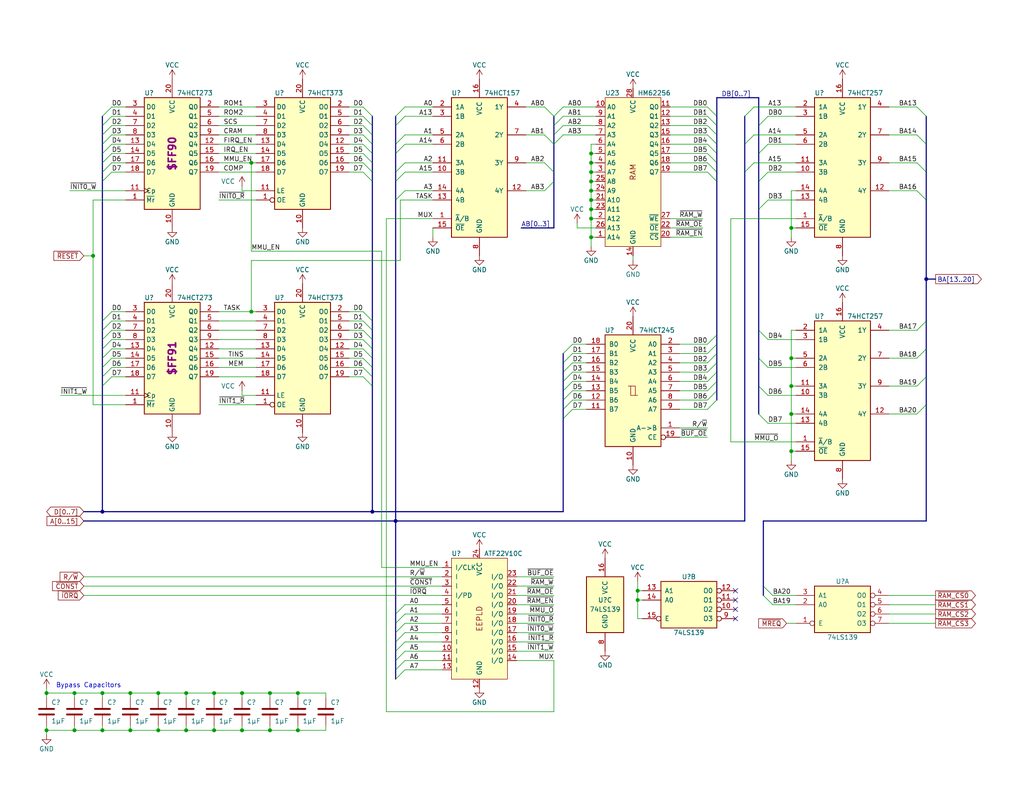
<source format=kicad_sch>
(kicad_sch (version 20230121) (generator eeschema)
  (paper "USLetter")
  (title_block (title "Memory Management Unit (MMU)") (date "2024-01-16") (rev "1.0") (company "Frédéric Segard") (comment 1 "MicroHobbyist's Retro Homebrew Computers") (comment 2 "microhobbyist.com"))
  (junction (at 50.8 189.23))
  (junction (at 43.18 189.23))
  (junction (at 173.99 161.29))
  (junction (at 27.94 189.23))
  (junction (at 20.32 189.23))
  (junction (at 161.29 64.77))
  (junction (at 58.42 189.23))
  (junction (at 50.8 199.39))
  (junction (at 161.29 44.45))
  (junction (at 161.29 41.91))
  (junction (at 215.9 123.19))
  (junction (at 58.42 199.39))
  (junction (at 215.9 113.03))
  (junction (at 81.28 189.23))
  (junction (at 35.56 199.39))
  (junction (at 101.6 139.7))
  (junction (at 161.29 49.53))
  (junction (at 20.32 199.39))
  (junction (at 161.29 46.99))
  (junction (at 215.9 62.23))
  (junction (at 27.94 139.7))
  (junction (at 27.94 199.39))
  (junction (at 73.66 189.23))
  (junction (at 43.18 199.39))
  (junction (at 25.4 69.85))
  (junction (at 107.95 142.24))
  (junction (at 215.9 105.41))
  (junction (at 12.7 189.23))
  (junction (at 12.7 199.39))
  (junction (at 161.29 54.61))
  (junction (at 35.56 189.23))
  (junction (at 73.66 199.39))
  (junction (at 66.04 189.23))
  (junction (at 81.28 199.39))
  (junction (at 161.29 52.07))
  (junction (at 66.04 199.39))
  (junction (at 215.9 97.79))
  (junction (at 161.29 57.15))
  (junction (at 173.99 163.83))
  (junction (at 68.58 44.45))
  (junction (at 68.58 85.09))
  (junction (at 252.73 76.2))
  (junction (at 161.29 59.69))
  (no_connect (at 200.66 161.29))
  (no_connect (at 200.66 168.91))
  (no_connect (at 200.66 163.83))
  (no_connect (at 200.66 166.37))
  (bus_entry (at 151.13 34.29) (size 2.54 -2.54))
  (bus_entry (at 208.28 160.02) (size 2.54 2.54))
  (bus_entry (at 156.21 109.22) (size -2.54 2.54))
  (bus_entry (at 252.73 39.37) (size -2.54 -2.54))
  (bus_entry (at 110.49 167.64) (size -2.54 2.54))
  (bus_entry (at 250.19 44.45) (size 2.54 2.54))
  (bus_entry (at 101.6 44.45) (size -2.54 -2.54))
  (bus_entry (at 101.6 87.63) (size -2.54 -2.54))
  (bus_entry (at 101.6 34.29) (size -2.54 -2.54))
  (bus_entry (at 27.94 49.53) (size 2.54 -2.54))
  (bus_entry (at 207.01 90.17) (size 2.54 2.54))
  (bus_entry (at 207.01 57.15) (size 2.54 -2.54))
  (bus_entry (at 27.94 46.99) (size 2.54 -2.54))
  (bus_entry (at 193.04 36.83) (size 2.54 2.54))
  (bus_entry (at 27.94 41.91) (size 2.54 -2.54))
  (bus_entry (at 193.04 39.37) (size 2.54 2.54))
  (bus_entry (at 250.19 52.07) (size 2.54 2.54))
  (bus_entry (at 27.94 97.79) (size 2.54 -2.54))
  (bus_entry (at 27.94 36.83) (size 2.54 -2.54))
  (bus_entry (at 107.95 46.99) (size 2.54 -2.54))
  (bus_entry (at 250.19 113.03) (size 2.54 -2.54))
  (bus_entry (at 110.49 177.8) (size -2.54 2.54))
  (bus_entry (at 151.13 31.75) (size 2.54 -2.54))
  (bus_entry (at 27.94 90.17) (size 2.54 -2.54))
  (bus_entry (at 193.04 106.68) (size 2.54 -2.54))
  (bus_entry (at 250.19 105.41) (size 2.54 -2.54))
  (bus_entry (at 107.95 31.75) (size 2.54 -2.54))
  (bus_entry (at 27.94 44.45) (size 2.54 -2.54))
  (bus_entry (at 193.04 101.6) (size 2.54 -2.54))
  (bus_entry (at 101.6 49.53) (size -2.54 -2.54))
  (bus_entry (at 110.49 46.99) (size -2.54 2.54))
  (bus_entry (at 148.59 36.83) (size 2.54 2.54))
  (bus_entry (at 207.01 113.03) (size 2.54 2.54))
  (bus_entry (at 207.01 97.79) (size 2.54 2.54))
  (bus_entry (at 110.49 175.26) (size -2.54 2.54))
  (bus_entry (at 27.94 87.63) (size 2.54 -2.54))
  (bus_entry (at 203.2 31.75) (size 2.54 -2.54))
  (bus_entry (at 101.6 95.25) (size -2.54 -2.54))
  (bus_entry (at 207.01 49.53) (size 2.54 -2.54))
  (bus_entry (at 193.04 29.21) (size 2.54 2.54))
  (bus_entry (at 156.21 101.6) (size -2.54 2.54))
  (bus_entry (at 27.94 31.75) (size 2.54 -2.54))
  (bus_entry (at 110.49 172.72) (size -2.54 2.54))
  (bus_entry (at 252.73 31.75) (size -2.54 -2.54))
  (bus_entry (at 193.04 96.52) (size 2.54 -2.54))
  (bus_entry (at 110.49 165.1) (size -2.54 2.54))
  (bus_entry (at 101.6 92.71) (size -2.54 -2.54))
  (bus_entry (at 110.49 39.37) (size -2.54 2.54))
  (bus_entry (at 101.6 46.99) (size -2.54 -2.54))
  (bus_entry (at 101.6 41.91) (size -2.54 -2.54))
  (bus_entry (at 193.04 104.14) (size 2.54 -2.54))
  (bus_entry (at 207.01 34.29) (size 2.54 -2.54))
  (bus_entry (at 110.49 52.07) (size -2.54 2.54))
  (bus_entry (at 151.13 39.37) (size 2.54 -2.54))
  (bus_entry (at 107.95 39.37) (size 2.54 -2.54))
  (bus_entry (at 156.21 93.98) (size -2.54 2.54))
  (bus_entry (at 203.2 39.37) (size 2.54 -2.54))
  (bus_entry (at 156.21 99.06) (size -2.54 2.54))
  (bus_entry (at 101.6 102.87) (size -2.54 -2.54))
  (bus_entry (at 207.01 105.41) (size 2.54 2.54))
  (bus_entry (at 148.59 44.45) (size 2.54 2.54))
  (bus_entry (at 156.21 106.68) (size -2.54 2.54))
  (bus_entry (at 156.21 104.14) (size -2.54 2.54))
  (bus_entry (at 156.21 111.76) (size -2.54 2.54))
  (bus_entry (at 193.04 99.06) (size 2.54 -2.54))
  (bus_entry (at 148.59 52.07) (size 2.54 -2.54))
  (bus_entry (at 27.94 105.41) (size 2.54 -2.54))
  (bus_entry (at 27.94 92.71) (size 2.54 -2.54))
  (bus_entry (at 27.94 95.25) (size 2.54 -2.54))
  (bus_entry (at 110.49 31.75) (size -2.54 2.54))
  (bus_entry (at 101.6 31.75) (size -2.54 -2.54))
  (bus_entry (at 101.6 97.79) (size -2.54 -2.54))
  (bus_entry (at 27.94 100.33) (size 2.54 -2.54))
  (bus_entry (at 250.19 90.17) (size 2.54 -2.54))
  (bus_entry (at 101.6 100.33) (size -2.54 -2.54))
  (bus_entry (at 193.04 31.75) (size 2.54 2.54))
  (bus_entry (at 193.04 109.22) (size 2.54 -2.54))
  (bus_entry (at 151.13 36.83) (size 2.54 -2.54))
  (bus_entry (at 207.01 41.91) (size 2.54 -2.54))
  (bus_entry (at 27.94 34.29) (size 2.54 -2.54))
  (bus_entry (at 110.49 182.88) (size -2.54 2.54))
  (bus_entry (at 250.19 97.79) (size 2.54 -2.54))
  (bus_entry (at 110.49 170.18) (size -2.54 2.54))
  (bus_entry (at 156.21 96.52) (size -2.54 2.54))
  (bus_entry (at 193.04 44.45) (size 2.54 2.54))
  (bus_entry (at 148.59 29.21) (size 2.54 2.54))
  (bus_entry (at 193.04 34.29) (size 2.54 2.54))
  (bus_entry (at 193.04 93.98) (size 2.54 -2.54))
  (bus_entry (at 101.6 105.41) (size -2.54 -2.54))
  (bus_entry (at 101.6 90.17) (size -2.54 -2.54))
  (bus_entry (at 27.94 39.37) (size 2.54 -2.54))
  (bus_entry (at 193.04 111.76) (size 2.54 -2.54))
  (bus_entry (at 27.94 102.87) (size 2.54 -2.54))
  (bus_entry (at 193.04 41.91) (size 2.54 2.54))
  (bus_entry (at 203.2 46.99) (size 2.54 -2.54))
  (bus_entry (at 208.28 162.56) (size 2.54 2.54))
  (bus_entry (at 110.49 180.34) (size -2.54 2.54))
  (bus_entry (at 101.6 36.83) (size -2.54 -2.54))
  (bus_entry (at 193.04 46.99) (size 2.54 2.54))
  (bus_entry (at 101.6 39.37) (size -2.54 -2.54))
  (wire (pts (xy 156.21 93.98) (xy 160.02 93.98)))
  (bus (pts (xy 195.58 96.52) (xy 195.58 99.06)))
  (bus (pts (xy 107.95 31.75) (xy 107.95 34.29)))
  (bus (pts (xy 195.58 44.45) (xy 195.58 46.99)))
  (wire (pts (xy 59.69 85.09) (xy 68.58 85.09)))
  (wire (pts (xy 30.48 34.29) (xy 34.29 34.29)))
  (wire (pts (xy 161.29 49.53) (xy 161.29 46.99)))
  (wire (pts (xy 209.55 54.61) (xy 217.17 54.61)))
  (wire (pts (xy 25.4 54.61) (xy 25.4 69.85)))
  (wire (pts (xy 25.4 69.85) (xy 25.4 110.49)))
  (bus (pts (xy 142.24 62.23) (xy 151.13 62.23)))
  (bus (pts (xy 107.95 49.53) (xy 107.95 54.61)))
  (wire (pts (xy 81.28 189.23) (xy 73.66 189.23)))
  (bus (pts (xy 195.58 36.83) (xy 195.58 39.37)))
  (wire (pts (xy 110.49 39.37) (xy 118.11 39.37)))
  (wire (pts (xy 140.97 160.02) (xy 151.13 160.02)))
  (wire (pts (xy 99.06 34.29) (xy 95.25 34.29)))
  (wire (pts (xy 99.06 87.63) (xy 95.25 87.63)))
  (wire (pts (xy 20.32 189.23) (xy 12.7 189.23)))
  (wire (pts (xy 68.58 85.09) (xy 69.85 85.09)))
  (bus (pts (xy 252.73 95.25) (xy 252.73 87.63)))
  (bus (pts (xy 107.95 142.24) (xy 203.2 142.24)))
  (wire (pts (xy 172.72 71.12) (xy 172.72 69.85)))
  (bus (pts (xy 195.58 46.99) (xy 195.58 49.53)))
  (bus (pts (xy 107.95 182.88) (xy 107.95 185.42)))
  (wire (pts (xy 66.04 198.12) (xy 66.04 199.39)))
  (wire (pts (xy 59.69 102.87) (xy 69.85 102.87)))
  (wire (pts (xy 215.9 90.17) (xy 215.9 97.79)))
  (bus (pts (xy 207.01 41.91) (xy 207.01 49.53)))
  (bus (pts (xy 27.94 97.79) (xy 27.94 100.33)))
  (wire (pts (xy 110.49 31.75) (xy 118.11 31.75)))
  (wire (pts (xy 242.57 165.1) (xy 255.27 165.1)))
  (wire (pts (xy 34.29 54.61) (xy 25.4 54.61)))
  (wire (pts (xy 110.49 165.1) (xy 120.65 165.1)))
  (wire (pts (xy 182.88 46.99) (xy 193.04 46.99)))
  (wire (pts (xy 161.29 52.07) (xy 161.29 54.61)))
  (wire (pts (xy 25.4 110.49) (xy 34.29 110.49)))
  (bus (pts (xy 203.2 31.75) (xy 203.2 39.37)))
  (wire (pts (xy 59.69 110.49) (xy 69.85 110.49)))
  (wire (pts (xy 22.86 162.56) (xy 120.65 162.56)))
  (bus (pts (xy 153.67 96.52) (xy 153.67 99.06)))
  (wire (pts (xy 242.57 52.07) (xy 250.19 52.07)))
  (wire (pts (xy 50.8 189.23) (xy 43.18 189.23)))
  (wire (pts (xy 99.06 100.33) (xy 95.25 100.33)))
  (wire (pts (xy 99.06 44.45) (xy 95.25 44.45)))
  (wire (pts (xy 30.48 29.21) (xy 34.29 29.21)))
  (wire (pts (xy 88.9 189.23) (xy 88.9 190.5)))
  (wire (pts (xy 185.42 106.68) (xy 193.04 106.68)))
  (bus (pts (xy 195.58 41.91) (xy 195.58 44.45)))
  (wire (pts (xy 209.55 46.99) (xy 217.17 46.99)))
  (bus (pts (xy 22.86 139.7) (xy 27.94 139.7)))
  (wire (pts (xy 50.8 189.23) (xy 50.8 190.5)))
  (bus (pts (xy 252.73 76.2) (xy 252.73 87.63)))
  (wire (pts (xy 35.56 199.39) (xy 27.94 199.39)))
  (wire (pts (xy 99.06 29.21) (xy 95.25 29.21)))
  (wire (pts (xy 215.9 62.23) (xy 217.17 62.23)))
  (wire (pts (xy 182.88 39.37) (xy 193.04 39.37)))
  (wire (pts (xy 99.06 97.79) (xy 95.25 97.79)))
  (wire (pts (xy 99.06 36.83) (xy 95.25 36.83)))
  (wire (pts (xy 68.58 68.58) (xy 104.14 68.58)))
  (bus (pts (xy 27.94 102.87) (xy 27.94 105.41)))
  (wire (pts (xy 161.29 59.69) (xy 162.56 59.69)))
  (bus (pts (xy 101.6 36.83) (xy 101.6 39.37)))
  (wire (pts (xy 205.74 29.21) (xy 217.17 29.21)))
  (wire (pts (xy 214.63 170.18) (xy 217.17 170.18)))
  (bus (pts (xy 195.58 34.29) (xy 195.58 36.83)))
  (wire (pts (xy 151.13 180.34) (xy 151.13 194.31)))
  (wire (pts (xy 215.9 97.79) (xy 215.9 105.41)))
  (bus (pts (xy 255.27 76.2) (xy 252.73 76.2)))
  (wire (pts (xy 161.29 54.61) (xy 161.29 57.15)))
  (bus (pts (xy 153.67 114.3) (xy 153.67 139.7)))
  (wire (pts (xy 210.82 165.1) (xy 217.17 165.1)))
  (wire (pts (xy 161.29 44.45) (xy 162.56 44.45)))
  (wire (pts (xy 209.55 115.57) (xy 217.17 115.57)))
  (wire (pts (xy 215.9 52.07) (xy 215.9 62.23)))
  (wire (pts (xy 110.49 36.83) (xy 118.11 36.83)))
  (wire (pts (xy 185.42 104.14) (xy 193.04 104.14)))
  (wire (pts (xy 182.88 36.83) (xy 193.04 36.83)))
  (wire (pts (xy 143.51 44.45) (xy 148.59 44.45)))
  (bus (pts (xy 153.67 109.22) (xy 153.67 111.76)))
  (bus (pts (xy 151.13 46.99) (xy 151.13 49.53)))
  (wire (pts (xy 175.26 168.91) (xy 173.99 168.91)))
  (wire (pts (xy 242.57 97.79) (xy 250.19 97.79)))
  (wire (pts (xy 215.9 123.19) (xy 215.9 125.73)))
  (bus (pts (xy 252.73 39.37) (xy 252.73 46.99)))
  (wire (pts (xy 20.32 189.23) (xy 20.32 190.5)))
  (wire (pts (xy 161.29 46.99) (xy 162.56 46.99)))
  (wire (pts (xy 209.55 92.71) (xy 217.17 92.71)))
  (bus (pts (xy 101.6 100.33) (xy 101.6 102.87)))
  (wire (pts (xy 110.49 175.26) (xy 120.65 175.26)))
  (bus (pts (xy 208.28 162.56) (xy 208.28 160.02)))
  (wire (pts (xy 140.97 180.34) (xy 151.13 180.34)))
  (wire (pts (xy 27.94 198.12) (xy 27.94 199.39)))
  (bus (pts (xy 101.6 102.87) (xy 101.6 105.41)))
  (wire (pts (xy 43.18 189.23) (xy 35.56 189.23)))
  (bus (pts (xy 22.86 142.24) (xy 107.95 142.24)))
  (wire (pts (xy 153.67 36.83) (xy 162.56 36.83)))
  (wire (pts (xy 161.29 41.91) (xy 161.29 39.37)))
  (bus (pts (xy 195.58 31.75) (xy 195.58 34.29)))
  (bus (pts (xy 107.95 170.18) (xy 107.95 172.72)))
  (wire (pts (xy 30.48 46.99) (xy 34.29 46.99)))
  (wire (pts (xy 59.69 92.71) (xy 69.85 92.71)))
  (wire (pts (xy 73.66 199.39) (xy 66.04 199.39)))
  (wire (pts (xy 27.94 199.39) (xy 20.32 199.39)))
  (wire (pts (xy 110.49 46.99) (xy 118.11 46.99)))
  (wire (pts (xy 182.88 44.45) (xy 193.04 44.45)))
  (bus (pts (xy 107.95 34.29) (xy 107.95 39.37)))
  (wire (pts (xy 162.56 31.75) (xy 153.67 31.75)))
  (wire (pts (xy 185.42 96.52) (xy 193.04 96.52)))
  (wire (pts (xy 27.94 189.23) (xy 27.94 190.5)))
  (wire (pts (xy 59.69 90.17) (xy 69.85 90.17)))
  (wire (pts (xy 161.29 59.69) (xy 161.29 64.77)))
  (wire (pts (xy 199.39 59.69) (xy 199.39 120.65)))
  (wire (pts (xy 161.29 46.99) (xy 161.29 44.45)))
  (bus (pts (xy 207.01 49.53) (xy 207.01 57.15)))
  (wire (pts (xy 104.14 154.94) (xy 120.65 154.94)))
  (wire (pts (xy 156.21 111.76) (xy 160.02 111.76)))
  (wire (pts (xy 59.69 97.79) (xy 69.85 97.79)))
  (wire (pts (xy 242.57 113.03) (xy 250.19 113.03)))
  (bus (pts (xy 107.95 172.72) (xy 107.95 175.26)))
  (wire (pts (xy 161.29 52.07) (xy 162.56 52.07)))
  (wire (pts (xy 242.57 162.56) (xy 255.27 162.56)))
  (wire (pts (xy 22.86 157.48) (xy 120.65 157.48)))
  (wire (pts (xy 68.58 71.12) (xy 68.58 85.09)))
  (bus (pts (xy 252.73 31.75) (xy 252.73 39.37)))
  (wire (pts (xy 215.9 123.19) (xy 217.17 123.19)))
  (wire (pts (xy 161.29 39.37) (xy 162.56 39.37)))
  (bus (pts (xy 207.01 34.29) (xy 207.01 41.91)))
  (wire (pts (xy 161.29 54.61) (xy 162.56 54.61)))
  (wire (pts (xy 209.55 100.33) (xy 217.17 100.33)))
  (bus (pts (xy 195.58 104.14) (xy 195.58 106.68)))
  (wire (pts (xy 58.42 189.23) (xy 58.42 190.5)))
  (bus (pts (xy 101.6 105.41) (xy 101.6 139.7)))
  (bus (pts (xy 101.6 44.45) (xy 101.6 46.99)))
  (wire (pts (xy 173.99 163.83) (xy 175.26 163.83)))
  (wire (pts (xy 217.17 90.17) (xy 215.9 90.17)))
  (wire (pts (xy 66.04 50.8) (xy 66.04 52.07)))
  (wire (pts (xy 66.04 189.23) (xy 66.04 190.5)))
  (wire (pts (xy 118.11 62.23) (xy 118.11 64.77)))
  (wire (pts (xy 242.57 90.17) (xy 250.19 90.17)))
  (wire (pts (xy 153.67 29.21) (xy 162.56 29.21)))
  (wire (pts (xy 161.29 44.45) (xy 161.29 41.91)))
  (bus (pts (xy 27.94 46.99) (xy 27.94 49.53)))
  (wire (pts (xy 242.57 170.18) (xy 255.27 170.18)))
  (wire (pts (xy 209.55 39.37) (xy 217.17 39.37)))
  (wire (pts (xy 161.29 57.15) (xy 162.56 57.15)))
  (bus (pts (xy 101.6 87.63) (xy 101.6 90.17)))
  (wire (pts (xy 59.69 29.21) (xy 69.85 29.21)))
  (wire (pts (xy 162.56 62.23) (xy 157.48 62.23)))
  (wire (pts (xy 43.18 198.12) (xy 43.18 199.39)))
  (wire (pts (xy 30.48 31.75) (xy 34.29 31.75)))
  (bus (pts (xy 207.01 105.41) (xy 207.01 113.03)))
  (wire (pts (xy 156.21 106.68) (xy 160.02 106.68)))
  (bus (pts (xy 107.95 41.91) (xy 107.95 46.99)))
  (wire (pts (xy 110.49 44.45) (xy 118.11 44.45)))
  (wire (pts (xy 88.9 198.12) (xy 88.9 199.39)))
  (wire (pts (xy 88.9 199.39) (xy 81.28 199.39)))
  (wire (pts (xy 30.48 92.71) (xy 34.29 92.71)))
  (wire (pts (xy 105.41 59.69) (xy 105.41 194.31)))
  (wire (pts (xy 161.29 64.77) (xy 162.56 64.77)))
  (wire (pts (xy 68.58 44.45) (xy 68.58 68.58)))
  (wire (pts (xy 215.9 62.23) (xy 215.9 64.77)))
  (wire (pts (xy 242.57 36.83) (xy 250.19 36.83)))
  (wire (pts (xy 59.69 95.25) (xy 69.85 95.25)))
  (wire (pts (xy 81.28 189.23) (xy 81.28 190.5)))
  (wire (pts (xy 109.22 54.61) (xy 109.22 71.12)))
  (bus (pts (xy 208.28 160.02) (xy 208.28 142.24)))
  (wire (pts (xy 110.49 52.07) (xy 118.11 52.07)))
  (wire (pts (xy 22.86 69.85) (xy 25.4 69.85)))
  (wire (pts (xy 140.97 175.26) (xy 151.13 175.26)))
  (wire (pts (xy 20.32 199.39) (xy 12.7 199.39)))
  (bus (pts (xy 107.95 142.24) (xy 107.95 167.64)))
  (wire (pts (xy 242.57 29.21) (xy 250.19 29.21)))
  (wire (pts (xy 20.32 198.12) (xy 20.32 199.39)))
  (wire (pts (xy 30.48 95.25) (xy 34.29 95.25)))
  (wire (pts (xy 173.99 161.29) (xy 175.26 161.29)))
  (wire (pts (xy 73.66 189.23) (xy 73.66 190.5)))
  (wire (pts (xy 99.06 46.99) (xy 95.25 46.99)))
  (bus (pts (xy 27.94 105.41) (xy 27.94 139.7)))
  (bus (pts (xy 107.95 175.26) (xy 107.95 177.8)))
  (wire (pts (xy 140.97 170.18) (xy 151.13 170.18)))
  (wire (pts (xy 58.42 198.12) (xy 58.42 199.39)))
  (wire (pts (xy 73.66 198.12) (xy 73.66 199.39)))
  (bus (pts (xy 27.94 49.53) (xy 27.94 87.63)))
  (bus (pts (xy 101.6 41.91) (xy 101.6 44.45)))
  (bus (pts (xy 101.6 49.53) (xy 101.6 87.63)))
  (wire (pts (xy 59.69 41.91) (xy 69.85 41.91)))
  (wire (pts (xy 30.48 41.91) (xy 34.29 41.91)))
  (wire (pts (xy 215.9 113.03) (xy 215.9 123.19)))
  (wire (pts (xy 140.97 172.72) (xy 151.13 172.72)))
  (wire (pts (xy 66.04 106.68) (xy 66.04 107.95)))
  (bus (pts (xy 101.6 34.29) (xy 101.6 36.83)))
  (wire (pts (xy 217.17 52.07) (xy 215.9 52.07)))
  (bus (pts (xy 27.94 41.91) (xy 27.94 44.45)))
  (wire (pts (xy 59.69 34.29) (xy 69.85 34.29)))
  (wire (pts (xy 110.49 170.18) (xy 120.65 170.18)))
  (wire (pts (xy 99.06 95.25) (xy 95.25 95.25)))
  (bus (pts (xy 153.67 111.76) (xy 153.67 114.3)))
  (wire (pts (xy 182.88 29.21) (xy 193.04 29.21)))
  (bus (pts (xy 195.58 49.53) (xy 195.58 91.44)))
  (wire (pts (xy 182.88 64.77) (xy 191.77 64.77)))
  (wire (pts (xy 215.9 105.41) (xy 215.9 113.03)))
  (wire (pts (xy 68.58 44.45) (xy 69.85 44.45)))
  (bus (pts (xy 101.6 90.17) (xy 101.6 92.71)))
  (wire (pts (xy 143.51 29.21) (xy 148.59 29.21)))
  (bus (pts (xy 107.95 54.61) (xy 107.95 142.24)))
  (wire (pts (xy 30.48 39.37) (xy 34.29 39.37)))
  (wire (pts (xy 66.04 199.39) (xy 58.42 199.39)))
  (bus (pts (xy 27.94 95.25) (xy 27.94 97.79)))
  (wire (pts (xy 162.56 34.29) (xy 153.67 34.29)))
  (wire (pts (xy 209.55 107.95) (xy 217.17 107.95)))
  (bus (pts (xy 27.94 100.33) (xy 27.94 102.87)))
  (bus (pts (xy 107.95 39.37) (xy 107.95 41.91)))
  (bus (pts (xy 195.58 99.06) (xy 195.58 101.6)))
  (wire (pts (xy 110.49 182.88) (xy 120.65 182.88)))
  (bus (pts (xy 101.6 31.75) (xy 101.6 34.29)))
  (bus (pts (xy 101.6 95.25) (xy 101.6 97.79)))
  (bus (pts (xy 252.73 102.87) (xy 252.73 95.25)))
  (wire (pts (xy 140.97 162.56) (xy 151.13 162.56)))
  (wire (pts (xy 30.48 97.79) (xy 34.29 97.79)))
  (wire (pts (xy 81.28 199.39) (xy 73.66 199.39)))
  (wire (pts (xy 185.42 99.06) (xy 193.04 99.06)))
  (wire (pts (xy 173.99 168.91) (xy 173.99 163.83)))
  (wire (pts (xy 215.9 97.79) (xy 217.17 97.79)))
  (wire (pts (xy 182.88 31.75) (xy 193.04 31.75)))
  (bus (pts (xy 101.6 139.7) (xy 153.67 139.7)))
  (bus (pts (xy 107.95 46.99) (xy 107.95 49.53)))
  (bus (pts (xy 207.01 97.79) (xy 207.01 105.41)))
  (bus (pts (xy 27.94 36.83) (xy 27.94 39.37)))
  (wire (pts (xy 110.49 172.72) (xy 120.65 172.72)))
  (wire (pts (xy 30.48 100.33) (xy 34.29 100.33)))
  (bus (pts (xy 195.58 39.37) (xy 195.58 41.91)))
  (wire (pts (xy 199.39 120.65) (xy 217.17 120.65)))
  (wire (pts (xy 104.14 68.58) (xy 104.14 154.94)))
  (wire (pts (xy 182.88 34.29) (xy 193.04 34.29)))
  (wire (pts (xy 81.28 198.12) (xy 81.28 199.39)))
  (wire (pts (xy 59.69 54.61) (xy 69.85 54.61)))
  (wire (pts (xy 156.21 109.22) (xy 160.02 109.22)))
  (wire (pts (xy 12.7 198.12) (xy 12.7 199.39)))
  (bus (pts (xy 153.67 106.68) (xy 153.67 109.22)))
  (wire (pts (xy 99.06 92.71) (xy 95.25 92.71)))
  (bus (pts (xy 203.2 46.99) (xy 203.2 142.24)))
  (bus (pts (xy 101.6 39.37) (xy 101.6 41.91)))
  (wire (pts (xy 162.56 49.53) (xy 161.29 49.53)))
  (wire (pts (xy 35.56 189.23) (xy 35.56 190.5)))
  (wire (pts (xy 59.69 44.45) (xy 68.58 44.45)))
  (wire (pts (xy 173.99 163.83) (xy 173.99 161.29)))
  (bus (pts (xy 252.73 110.49) (xy 252.73 102.87)))
  (wire (pts (xy 140.97 177.8) (xy 151.13 177.8)))
  (wire (pts (xy 161.29 64.77) (xy 161.29 67.31)))
  (bus (pts (xy 207.01 57.15) (xy 207.01 90.17)))
  (wire (pts (xy 185.42 101.6) (xy 193.04 101.6)))
  (wire (pts (xy 157.48 60.96) (xy 157.48 62.23)))
  (wire (pts (xy 12.7 199.39) (xy 12.7 200.66)))
  (wire (pts (xy 215.9 105.41) (xy 217.17 105.41)))
  (wire (pts (xy 242.57 44.45) (xy 250.19 44.45)))
  (bus (pts (xy 207.01 26.67) (xy 195.58 26.67)))
  (wire (pts (xy 242.57 167.64) (xy 255.27 167.64)))
  (wire (pts (xy 109.22 71.12) (xy 68.58 71.12)))
  (wire (pts (xy 151.13 194.31) (xy 105.41 194.31)))
  (wire (pts (xy 182.88 59.69) (xy 191.77 59.69)))
  (bus (pts (xy 27.94 87.63) (xy 27.94 90.17)))
  (bus (pts (xy 195.58 101.6) (xy 195.58 104.14)))
  (wire (pts (xy 156.21 104.14) (xy 160.02 104.14)))
  (bus (pts (xy 208.28 142.24) (xy 252.73 142.24)))
  (wire (pts (xy 99.06 39.37) (xy 95.25 39.37)))
  (wire (pts (xy 242.57 105.41) (xy 250.19 105.41)))
  (bus (pts (xy 101.6 97.79) (xy 101.6 100.33)))
  (wire (pts (xy 110.49 180.34) (xy 120.65 180.34)))
  (bus (pts (xy 153.67 101.6) (xy 153.67 104.14)))
  (wire (pts (xy 156.21 101.6) (xy 160.02 101.6)))
  (wire (pts (xy 35.56 198.12) (xy 35.56 199.39)))
  (wire (pts (xy 161.29 41.91) (xy 162.56 41.91)))
  (bus (pts (xy 207.01 90.17) (xy 207.01 97.79)))
  (wire (pts (xy 59.69 87.63) (xy 69.85 87.63)))
  (wire (pts (xy 16.51 107.95) (xy 34.29 107.95)))
  (bus (pts (xy 151.13 49.53) (xy 151.13 62.23)))
  (wire (pts (xy 143.51 52.07) (xy 148.59 52.07)))
  (wire (pts (xy 50.8 199.39) (xy 43.18 199.39)))
  (wire (pts (xy 99.06 102.87) (xy 95.25 102.87)))
  (wire (pts (xy 30.48 85.09) (xy 34.29 85.09)))
  (wire (pts (xy 59.69 100.33) (xy 69.85 100.33)))
  (wire (pts (xy 35.56 189.23) (xy 27.94 189.23)))
  (wire (pts (xy 50.8 198.12) (xy 50.8 199.39)))
  (wire (pts (xy 43.18 189.23) (xy 43.18 190.5)))
  (wire (pts (xy 30.48 36.83) (xy 34.29 36.83)))
  (bus (pts (xy 151.13 31.75) (xy 151.13 34.29)))
  (wire (pts (xy 209.55 31.75) (xy 217.17 31.75)))
  (bus (pts (xy 27.94 92.71) (xy 27.94 95.25)))
  (wire (pts (xy 182.88 62.23) (xy 191.77 62.23)))
  (bus (pts (xy 207.01 34.29) (xy 207.01 26.67)))
  (wire (pts (xy 69.85 107.95) (xy 66.04 107.95)))
  (wire (pts (xy 156.21 99.06) (xy 160.02 99.06)))
  (wire (pts (xy 182.88 41.91) (xy 193.04 41.91)))
  (bus (pts (xy 151.13 39.37) (xy 151.13 46.99)))
  (wire (pts (xy 110.49 167.64) (xy 120.65 167.64)))
  (wire (pts (xy 185.42 93.98) (xy 193.04 93.98)))
  (wire (pts (xy 12.7 187.96) (xy 12.7 189.23)))
  (bus (pts (xy 203.2 39.37) (xy 203.2 46.99)))
  (wire (pts (xy 99.06 31.75) (xy 95.25 31.75)))
  (wire (pts (xy 99.06 90.17) (xy 95.25 90.17)))
  (wire (pts (xy 110.49 29.21) (xy 118.11 29.21)))
  (bus (pts (xy 151.13 34.29) (xy 151.13 36.83)))
  (wire (pts (xy 140.97 167.64) (xy 151.13 167.64)))
  (wire (pts (xy 73.66 189.23) (xy 66.04 189.23)))
  (wire (pts (xy 140.97 157.48) (xy 151.13 157.48)))
  (bus (pts (xy 27.94 44.45) (xy 27.94 46.99)))
  (bus (pts (xy 195.58 106.68) (xy 195.58 109.22)))
  (wire (pts (xy 173.99 158.75) (xy 173.99 161.29)))
  (wire (pts (xy 58.42 189.23) (xy 50.8 189.23)))
  (wire (pts (xy 59.69 31.75) (xy 69.85 31.75)))
  (wire (pts (xy 110.49 177.8) (xy 120.65 177.8)))
  (wire (pts (xy 30.48 44.45) (xy 34.29 44.45)))
  (wire (pts (xy 99.06 41.91) (xy 95.25 41.91)))
  (wire (pts (xy 59.69 39.37) (xy 69.85 39.37)))
  (wire (pts (xy 215.9 113.03) (xy 217.17 113.03)))
  (wire (pts (xy 199.39 59.69) (xy 217.17 59.69)))
  (wire (pts (xy 109.22 54.61) (xy 118.11 54.61)))
  (bus (pts (xy 107.95 177.8) (xy 107.95 180.34)))
  (bus (pts (xy 195.58 26.67) (xy 195.58 31.75)))
  (wire (pts (xy 205.74 44.45) (xy 217.17 44.45)))
  (bus (pts (xy 27.94 139.7) (xy 101.6 139.7)))
  (wire (pts (xy 30.48 102.87) (xy 34.29 102.87)))
  (wire (pts (xy 185.42 116.84) (xy 193.04 116.84)))
  (bus (pts (xy 153.67 104.14) (xy 153.67 106.68)))
  (wire (pts (xy 30.48 90.17) (xy 34.29 90.17)))
  (wire (pts (xy 185.42 109.22) (xy 193.04 109.22)))
  (wire (pts (xy 58.42 199.39) (xy 50.8 199.39)))
  (wire (pts (xy 161.29 57.15) (xy 161.29 59.69)))
  (wire (pts (xy 105.41 59.69) (xy 118.11 59.69)))
  (wire (pts (xy 19.05 52.07) (xy 34.29 52.07)))
  (wire (pts (xy 43.18 199.39) (xy 35.56 199.39)))
  (bus (pts (xy 101.6 92.71) (xy 101.6 95.25)))
  (bus (pts (xy 27.94 39.37) (xy 27.94 41.91)))
  (wire (pts (xy 59.69 46.99) (xy 69.85 46.99)))
  (wire (pts (xy 12.7 189.23) (xy 12.7 190.5)))
  (wire (pts (xy 205.74 36.83) (xy 217.17 36.83)))
  (wire (pts (xy 22.86 160.02) (xy 120.65 160.02)))
  (bus (pts (xy 151.13 36.83) (xy 151.13 39.37)))
  (wire (pts (xy 66.04 52.07) (xy 69.85 52.07)))
  (bus (pts (xy 252.73 142.24) (xy 252.73 110.49)))
  (wire (pts (xy 66.04 189.23) (xy 58.42 189.23)))
  (wire (pts (xy 88.9 189.23) (xy 81.28 189.23)))
  (bus (pts (xy 195.58 93.98) (xy 195.58 96.52)))
  (bus (pts (xy 101.6 46.99) (xy 101.6 49.53)))
  (bus (pts (xy 252.73 54.61) (xy 252.73 76.2)))
  (wire (pts (xy 185.42 119.38) (xy 193.04 119.38)))
  (wire (pts (xy 156.21 96.52) (xy 160.02 96.52)))
  (wire (pts (xy 140.97 165.1) (xy 151.13 165.1)))
  (wire (pts (xy 161.29 49.53) (xy 161.29 52.07)))
  (bus (pts (xy 195.58 91.44) (xy 195.58 93.98)))
  (bus (pts (xy 153.67 99.06) (xy 153.67 101.6)))
  (bus (pts (xy 107.95 167.64) (xy 107.95 170.18)))
  (bus (pts (xy 107.95 180.34) (xy 107.95 182.88)))
  (bus (pts (xy 27.94 31.75) (xy 27.94 34.29)))
  (bus (pts (xy 27.94 34.29) (xy 27.94 36.83)))
  (wire (pts (xy 30.48 87.63) (xy 34.29 87.63)))
  (bus (pts (xy 252.73 54.61) (xy 252.73 46.99)))
  (wire (pts (xy 59.69 36.83) (xy 69.85 36.83)))
  (bus (pts (xy 27.94 90.17) (xy 27.94 92.71)))
  (wire (pts (xy 210.82 162.56) (xy 217.17 162.56)))
  (wire (pts (xy 143.51 36.83) (xy 148.59 36.83)))
  (wire (pts (xy 27.94 189.23) (xy 20.32 189.23)))
  (wire (pts (xy 185.42 111.76) (xy 193.04 111.76)))
  (wire (pts (xy 99.06 85.09) (xy 95.25 85.09)))
  (text "Bypass Capacitors" (at 15.24 187.96 0) (effects (font (size 1.27 1.27)) (justify left bottom)))
  (label "R{slash}~{W}" (at 111.76 157.48 0))
  (label "~{INIT0_W}" (at 19.05 52.07 0))
  (label "~{IORQ}" (at 111.76 162.56 0))
  (label "~{RAM_EN}" (at 151.13 165.1 180))
  (label "DB1" (at 193.04 96.52 180))
  (label "BA20" (at 250.19 113.03 180))
  (label "A2" (at 115.57 44.45 0))
  (label "D6" (at 99.06 44.45 180))
  (label "AB1" (at 148.59 36.83 180))
  (label "DB5" (at 193.04 41.91 180))
  (label "D2" (at 99.06 90.17 180))
  (label "DB6" (at 193.04 44.45 180))
  (label "BA17" (at 250.19 90.17 180))
  (label "SCS" (at 60.96 34.29 0))
  (label "~{INIT1_R}" (at 59.69 110.49 0))
  (label "MMU_EN" (at 60.96 44.45 0))
  (label "BA14" (at 250.19 36.83 180))
  (label "DB2" (at 193.04 34.29 180))
  (label "DB[0..7]" (at 196.85 26.67 0))
  (label "D5" (at 30.48 97.79 0))
  (label "D2" (at 99.06 34.29 180))
  (label "TASK" (at 118.11 54.61 180))
  (label "D1" (at 99.06 87.63 180))
  (label "D6" (at 30.48 44.45 0))
  (label "IRQ_EN" (at 60.96 41.91 0))
  (label "D0" (at 30.48 85.09 0))
  (label "D7" (at 156.21 111.76 0))
  (label "D4" (at 99.06 39.37 180))
  (label "D3" (at 99.06 36.83 180))
  (label "MUX" (at 118.11 59.69 180))
  (label "COMP" (at 60.96 46.99 0))
  (label "~{RAM_OE}" (at 151.13 162.56 180))
  (label "DB2" (at 209.55 46.99 0))
  (label "BA19" (at 210.82 165.1 0))
  (label "BA19" (at 250.19 105.41 180))
  (label "D0" (at 99.06 29.21 180))
  (label "D7" (at 99.06 102.87 180))
  (label "AB[0..3]" (at 142.24 62.23 0))
  (label "D2" (at 30.48 90.17 0))
  (label "BA20" (at 210.82 162.56 0))
  (label "A2" (at 111.76 170.18 0))
  (label "TASK" (at 60.96 85.09 0))
  (label "DB4" (at 193.04 39.37 180))
  (label "DB0" (at 193.04 93.98 180))
  (label "D5" (at 99.06 97.79 180))
  (label "DB2" (at 193.04 99.06 180))
  (label "DB1" (at 193.04 31.75 180))
  (label "DB4" (at 209.55 92.71 0))
  (label "DB1" (at 209.55 39.37 0))
  (label "A6" (at 111.76 180.34 0))
  (label "DB5" (at 209.55 100.33 0))
  (label "D1" (at 30.48 87.63 0))
  (label "A4" (at 111.76 175.26 0))
  (label "D6" (at 156.21 109.22 0))
  (label "DB0" (at 193.04 29.21 180))
  (label "D1" (at 30.48 31.75 0))
  (label "A0" (at 111.76 165.1 0))
  (label "A1" (at 115.57 36.83 0))
  (label "AB1" (at 154.94 31.75 0))
  (label "D3" (at 99.06 92.71 180))
  (label "~{RAM_W}" (at 151.13 160.02 180))
  (label "AB2" (at 148.59 44.45 180))
  (label "DB3" (at 193.04 36.83 180))
  (label "A0" (at 115.57 29.21 0))
  (label "D3" (at 30.48 92.71 0))
  (label "A15" (at 114.3 46.99 0))
  (label "DB7" (at 193.04 46.99 180))
  (label "D7" (at 30.48 102.87 0))
  (label "D3" (at 30.48 36.83 0))
  (label "D6" (at 99.06 100.33 180))
  (label "~{BUF_OE}" (at 151.13 157.48 180))
  (label "DB6" (at 193.04 109.22 180))
  (label "MEM" (at 62.23 100.33 0))
  (label "D0" (at 30.48 29.21 0))
  (label "A5" (at 111.76 177.8 0))
  (label "A7" (at 111.76 182.88 0))
  (label "D0" (at 99.06 85.09 180))
  (label "~{MMU_O}" (at 205.74 120.65 0))
  (label "~{RAM_EN}" (at 191.77 64.77 180))
  (label "BA15" (at 250.19 44.45 180))
  (label "DB7" (at 209.55 115.57 0))
  (label "~{MMU_O}" (at 151.13 167.64 180))
  (label "R{slash}~{W}" (at 193.04 116.84 180))
  (label "MUX" (at 151.13 180.34 180))
  (label "AB3" (at 154.94 36.83 0))
  (label "AB2" (at 154.94 34.29 0))
  (label "D4" (at 30.48 95.25 0))
  (label "D7" (at 30.48 46.99 0))
  (label "DB3" (at 209.55 54.61 0))
  (label "~{INIT0_W}" (at 151.13 172.72 180))
  (label "~{INIT0_R}" (at 59.69 54.61 0))
  (label "~{CONST}" (at 111.76 160.02 0))
  (label "D1" (at 156.21 96.52 0))
  (label "ROM1" (at 60.96 29.21 0))
  (label "D0" (at 156.21 93.98 0))
  (label "D4" (at 30.48 39.37 0))
  (label "D6" (at 30.48 100.33 0))
  (label "BA18" (at 250.19 97.79 180))
  (label "FIRQ_EN" (at 60.96 39.37 0))
  (label "AB0" (at 148.59 29.21 180))
  (label "CRAM" (at 60.96 36.83 0))
  (label "AB3" (at 148.59 52.07 180))
  (label "A13" (at 114.3 31.75 0))
  (label "TINS" (at 62.23 97.79 0))
  (label "A15" (at 209.55 44.45 0))
  (label "BA13" (at 250.19 29.21 180))
  (label "~{RAM_OE}" (at 191.77 62.23 180))
  (label "ROM2" (at 60.96 31.75 0))
  (label "A3" (at 111.76 172.72 0))
  (label "~{INIT1_W}" (at 16.51 107.95 0))
  (label "~{INIT1_W}" (at 151.13 177.8 180))
  (label "~{INIT1_R}" (at 151.13 175.26 180))
  (label "D7" (at 99.06 46.99 180))
  (label "D5" (at 156.21 106.68 0))
  (label "A13" (at 209.55 29.21 0))
  (label "DB4" (at 193.04 104.14 180))
  (label "~{RAM_W}" (at 191.77 59.69 180))
  (label "DB3" (at 193.04 101.6 180))
  (label "D4" (at 99.06 95.25 180))
  (label "DB5" (at 193.04 106.68 180))
  (label "BA16" (at 250.19 52.07 180))
  (label "D2" (at 156.21 99.06 0))
  (label "MMU_EN" (at 68.58 68.58 0))
  (label "D3" (at 156.21 101.6 0))
  (label "DB0" (at 209.55 31.75 0))
  (label "A1" (at 111.76 167.64 0))
  (label "D4" (at 156.21 104.14 0))
  (label "DB6" (at 209.55 107.95 0))
  (label "MMU_EN" (at 111.76 154.94 0))
  (label "D1" (at 99.06 31.75 180))
  (label "A14" (at 209.55 36.83 0))
  (label "DB7" (at 193.04 111.76 180))
  (label "D5" (at 99.06 41.91 180))
  (label "A14" (at 114.3 39.37 0))
  (label "A3" (at 115.57 52.07 0))
  (label "D5" (at 30.48 41.91 0))
  (label "~{INIT0_R}" (at 151.13 170.18 180))
  (label "AB0" (at 154.94 29.21 0))
  (label "~{BUF_OE}" (at 193.04 119.38 180))
  (label "D2" (at 30.48 34.29 0))
  (global_label "~{CONST}" (shape input) (at 22.86 160.02 180) (property "Intersheetrefs" "${INTERSHEET_REFS}" (effects hide)))
  (global_label "BA[13..20]" (shape output) (at 255.27 76.2 0) (property "Intersheetrefs" "${INTERSHEET_REFS}" (effects hide)))
  (global_label "D[0..7]" (shape bidirectional) (at 22.86 139.7 180) (property "Intersheetrefs" "${INTERSHEET_REFS}" (effects hide)))
  (global_label "~{RAM_CS3}" (shape output) (at 255.27 170.18 0) (property "Intersheetrefs" "${INTERSHEET_REFS}" (effects hide)))
  (global_label "~{IORQ}" (shape input) (at 22.86 162.56 180) (property "Intersheetrefs" "${INTERSHEET_REFS}" (effects hide)))
  (global_label "~{RAM_CS0}" (shape output) (at 255.27 162.56 0) (property "Intersheetrefs" "${INTERSHEET_REFS}" (effects hide)))
  (global_label "R{slash}~{W}" (shape input) (at 22.86 157.48 180) (property "Intersheetrefs" "${INTERSHEET_REFS}" (effects hide)))
  (global_label "A[0..15]" (shape input) (at 22.86 142.24 180) (property "Intersheetrefs" "${INTERSHEET_REFS}" (effects hide)))
  (global_label "~{RAM_CS1}" (shape output) (at 255.27 165.1 0) (property "Intersheetrefs" "${INTERSHEET_REFS}" (effects hide)))
  (global_label "~{MREQ}" (shape input) (at 214.63 170.18 180) (property "Intersheetrefs" "${INTERSHEET_REFS}" (effects hide)))
  (global_label "~{RESET}" (shape input) (at 22.86 69.85 180) (property "Intersheetrefs" "${INTERSHEET_REFS}" (effects hide)))
  (global_label "~{RAM_CS2}" (shape output) (at 255.27 167.64 0) (property "Intersheetrefs" "${INTERSHEET_REFS}" (effects hide)))
  (symbol (lib_name "74HC257_1") (lib_id "0_Library:74HC257") (at 229.87 44.45 0) (unit 1)
    (property "Reference" "U?" (at 222.25 25.4 0) (effects (justify left)))
    (property "Value" "74HCT257" (at 231.14 25.4 0) (effects (justify left)))
    (property "Footprint" "Package_DIP:DIP-16_W7.62mm_Socket" (effects hide))
    (property "Datasheet" "https://www.ti.com/lit/ds/symlink/sn74hc257.pdf" (effects hide))
    (instances (project "MMU test" (path "" (reference "U?") (unit 1))) (project "Ep6 - Memory Management Unit (MMU)" (path "" (reference "U25") (unit 1))))
  )
  (symbol (lib_id "74xx:74LS273") (at 46.99 97.79 0) (unit 1)
    (property "Reference" "U?" (at 39.37 81.28 0) (effects (justify left)))
    (property "Value" "74HCT273" (at 48.26 81.28 0) (effects (justify left)))
    (property "Footprint" "Package_DIP:DIP-20_W7.62mm_Socket" (effects hide))
    (property "Datasheet" "http://www.ti.com/lit/gpn/sn74LS273" (effects hide))
    (property "Addr" "$FF91" (at 46.99 97.79 90) (effects (font (size 2 2) bold)))
    (instances (project "MMU test" (path "" (reference "U?") (unit 1))) (project "Ep6 - Memory Management Unit (MMU)" (path "" (reference "U17") (unit 1))))
  )
  (symbol (lib_id "Device:C") (at 35.56 194.31 0) (unit 1)
    (property "Reference" "C?" (at 36.83 191.77 0) (effects (justify left)))
    (property "Value" "1µF" (at 36.83 196.85 0) (effects (justify left)))
    (property "Footprint" "Capacitor_THT:C_Disc_D3.0mm_W1.6mm_P2.50mm" (effects hide))
    (instances (project "MMU test" (path "" (reference "C?") (unit 1))) (project "Ep6 - Memory Management Unit (MMU)" (path "" (reference "C29") (unit 1))))
  )
  (symbol (lib_id "Device:C") (at 12.7 194.31 0) (unit 1)
    (property "Reference" "C?" (at 13.97 191.77 0) (effects (justify left)))
    (property "Value" "1µF" (at 13.97 196.85 0) (effects (justify left)))
    (property "Footprint" "Capacitor_THT:C_Disc_D3.0mm_W1.6mm_P2.50mm" (effects hide))
    (instances (project "MMU test" (path "" (reference "C?") (unit 1))) (project "Ep6 - Memory Management Unit (MMU)" (path "" (reference "C26") (unit 1))))
  )
  (symbol (lib_id "power:GND") (at 130.81 187.96 0) (unit 1)
    (property "Reference" "#PWR?" (effects hide))
    (property "Value" "GND" (at 130.81 191.77 0))
    (instances (project "MMU test" (path "" (reference "#PWR?") (unit 1))) (project "Ep6 - Memory Management Unit (MMU)" (path "" (reference "#PWR086") (unit 1))))
  )
  (symbol (lib_id "74xx:74LS245") (at 172.72 106.68 0) (mirror y) (unit 1)
    (property "Reference" "U?" (at 167.64 90.17 0) (effects (justify left)))
    (property "Value" "74HCT245" (at 184.15 90.17 0) (effects (justify left)))
    (property "Footprint" "Package_DIP:DIP-20_W7.62mm_Socket" (effects hide))
    (property "Datasheet" "http://www.ti.com/lit/gpn/sn74LS245" (effects hide))
    (instances (project "MMU test" (path "" (reference "U?") (unit 1))) (project "Ep6 - Memory Management Unit (MMU)" (path "" (reference "U24") (unit 1))))
  )
  (symbol (lib_id "power:VCC") (at 130.81 149.86 0) (unit 1)
    (property "Reference" "#PWR?" (effects hide))
    (property "Value" "VCC" (at 130.81 146.05 0))
    (instances (project "Ep6 - Memory Management Unit (MMU)" (path "" (reference "#PWR?") (unit 1)) (path "" (reference "#PWR085") (unit 1))))
  )
  (symbol (lib_id "power:VCC") (at 82.55 77.47 0) (unit 1)
    (property "Reference" "#PWR?" (effects hide))
    (property "Value" "VCC" (at 82.55 73.66 0))
    (instances (project "Ep6 - Memory Management Unit (MMU)" (path "" (reference "#PWR?") (unit 1)) (path "" (reference "#PWR080") (unit 1))))
  )
  (symbol (lib_id "power:GND") (at 172.72 127 0) (unit 1)
    (property "Reference" "#PWR?" (effects hide))
    (property "Value" "GND" (at 172.72 130.81 0))
    (instances (project "MMU test" (path "" (reference "#PWR?") (unit 1))) (project "Ep6 - Memory Management Unit (MMU)" (path "" (reference "#PWR094") (unit 1))))
  )
  (symbol (lib_id "0_Library:ATF22V10C") (at 130.81 151.13 0) (unit 1)
    (property "Reference" "U?" (at 123.19 151.13 0) (effects (justify left)))
    (property "Value" "ATF22V10C" (at 132.08 151.13 0) (effects (justify left)))
    (property "Footprint" "Package_DIP:DIP-24_W7.62mm" (effects hide))
    (property "Datasheet" "http://ww1.microchip.com/downloads/en/DeviceDoc/doc0735.pdf" (effects hide))
    (instances (project "MMU test" (path "" (reference "U?") (unit 1))) (project "Ep6 - Memory Management Unit (MMU)" (path "" (reference "U21") (unit 1))))
  )
  (symbol (lib_id "74xx:74LS273") (at 46.99 41.91 0) (unit 1)
    (property "Reference" "U?" (at 39.37 25.4 0) (effects (justify left)))
    (property "Value" "74HCT273" (at 48.26 25.4 0) (effects (justify left)))
    (property "Footprint" "Package_DIP:DIP-20_W7.62mm_Socket" (effects hide))
    (property "Datasheet" "http://www.ti.com/lit/gpn/sn74LS273" (effects hide))
    (property "Addr" "$FF90" (at 46.99 41.91 90) (effects (font (size 2 2) bold)))
    (instances (project "MMU test" (path "" (reference "U?") (unit 1))) (project "Ep6 - Memory Management Unit (MMU)" (path "" (reference "U16") (unit 1))))
  )
  (symbol (lib_id "Device:C") (at 88.9 194.31 0) (unit 1)
    (property "Reference" "C?" (at 90.17 191.77 0) (effects (justify left)))
    (property "Value" "1µF" (at 90.17 196.85 0) (effects (justify left)))
    (property "Footprint" "Capacitor_THT:C_Disc_D3.0mm_W1.6mm_P2.50mm" (effects hide))
    (instances (project "MMU test" (path "" (reference "C?") (unit 1))) (project "Ep6 - Memory Management Unit (MMU)" (path "" (reference "C36") (unit 1))))
  )
  (symbol (lib_id "power:VCC") (at 46.99 77.47 0) (unit 1)
    (property "Reference" "#PWR?" (effects hide))
    (property "Value" "VCC" (at 46.99 73.66 0))
    (instances (project "Ep6 - Memory Management Unit (MMU)" (path "" (reference "#PWR?") (unit 1)) (path "" (reference "#PWR074") (unit 1))))
  )
  (symbol (lib_id "power:VCC") (at 229.87 82.55 0) (unit 1)
    (property "Reference" "#PWR?" (effects hide))
    (property "Value" "VCC" (at 229.87 78.74 0))
    (instances (project "Ep6 - Memory Management Unit (MMU)" (path "" (reference "#PWR?") (unit 1)) (path "" (reference "#PWR0100") (unit 1))))
  )
  (symbol (lib_id "power:GND") (at 46.99 62.23 0) (unit 1)
    (property "Reference" "#PWR?" (effects hide))
    (property "Value" "GND" (at 46.99 66.04 0))
    (instances (project "MMU test" (path "" (reference "#PWR?") (unit 1))) (project "Ep6 - Memory Management Unit (MMU)" (path "" (reference "#PWR073") (unit 1))))
  )
  (symbol (lib_id "Device:C") (at 20.32 194.31 0) (unit 1)
    (property "Reference" "C?" (at 21.59 191.77 0) (effects (justify left)))
    (property "Value" "1µF" (at 21.59 196.85 0) (effects (justify left)))
    (property "Footprint" "Capacitor_THT:C_Disc_D3.0mm_W1.6mm_P2.50mm" (effects hide))
    (instances (project "MMU test" (path "" (reference "C?") (unit 1))) (project "Ep6 - Memory Management Unit (MMU)" (path "" (reference "C27") (unit 1))))
  )
  (symbol (lib_id "Device:C") (at 43.18 194.31 0) (unit 1)
    (property "Reference" "C?" (at 44.45 191.77 0) (effects (justify left)))
    (property "Value" "1µF" (at 44.45 196.85 0) (effects (justify left)))
    (property "Footprint" "Capacitor_THT:C_Disc_D3.0mm_W1.6mm_P2.50mm" (effects hide))
    (instances (project "MMU test" (path "" (reference "C?") (unit 1))) (project "Ep6 - Memory Management Unit (MMU)" (path "" (reference "C30") (unit 1))))
  )
  (symbol (lib_id "power:GND") (at 130.81 69.85 0) (unit 1)
    (property "Reference" "#PWR?" (effects hide))
    (property "Value" "GND" (at 130.81 73.66 0))
    (instances (project "MMU test" (path "" (reference "#PWR?") (unit 1))) (project "Ep6 - Memory Management Unit (MMU)" (path "" (reference "#PWR084") (unit 1))))
  )
  (symbol (lib_id "power:GND") (at 229.87 130.81 0) (unit 1)
    (property "Reference" "#PWR?" (effects hide))
    (property "Value" "GND" (at 229.87 134.62 0))
    (instances (project "MMU test" (path "" (reference "#PWR?") (unit 1))) (project "Ep6 - Memory Management Unit (MMU)" (path "" (reference "#PWR0101") (unit 1))))
  )
  (symbol (lib_id "power:VCC") (at 172.72 86.36 0) (unit 1)
    (property "Reference" "#PWR?" (effects hide))
    (property "Value" "VCC" (at 172.72 82.55 0))
    (instances (project "Ep6 - Memory Management Unit (MMU)" (path "" (reference "#PWR?") (unit 1)) (path "" (reference "#PWR093") (unit 1))))
  )
  (symbol (lib_id "power:GND") (at 215.9 64.77 0) (unit 1)
    (property "Reference" "#PWR?" (effects hide))
    (property "Value" "GND" (at 215.9 68.58 0))
    (instances (project "MMU test" (path "" (reference "#PWR?") (unit 1))) (project "Ep6 - Memory Management Unit (MMU)" (path "" (reference "#PWR096") (unit 1))))
  )
  (symbol (lib_id "Device:C") (at 58.42 194.31 0) (unit 1)
    (property "Reference" "C?" (at 59.69 191.77 0) (effects (justify left)))
    (property "Value" "1µF" (at 59.69 196.85 0) (effects (justify left)))
    (property "Footprint" "Capacitor_THT:C_Disc_D3.0mm_W1.6mm_P2.50mm" (effects hide))
    (instances (project "MMU test" (path "" (reference "C?") (unit 1))) (project "Ep6 - Memory Management Unit (MMU)" (path "" (reference "C32") (unit 1))))
  )
  (symbol (lib_id "power:GND") (at 118.11 64.77 0) (unit 1)
    (property "Reference" "#PWR?" (effects hide))
    (property "Value" "GND" (at 118.11 68.58 0))
    (instances (project "MMU test" (path "" (reference "#PWR?") (unit 1))) (project "Ep6 - Memory Management Unit (MMU)" (path "" (reference "#PWR082") (unit 1))))
  )
  (symbol (lib_id "0_Library:HM62256") (at 172.72 46.99 0) (unit 1)
    (property "Reference" "U23" (at 165.1 25.4 0) (effects (justify left)))
    (property "Value" "HM62256" (at 173.99 25.4 0) (effects (justify left)))
    (property "Footprint" "Package_DIP:DIP-28_W15.24mm" (effects hide))
    (property "Datasheet" "https://www.futurlec.com/Datasheet/Memory/62256.pdf" (effects hide))
  )
  (symbol (lib_id "Device:C") (at 73.66 194.31 0) (unit 1)
    (property "Reference" "C?" (at 74.93 191.77 0) (effects (justify left)))
    (property "Value" "1µF" (at 74.93 196.85 0) (effects (justify left)))
    (property "Footprint" "Capacitor_THT:C_Disc_D3.0mm_W1.6mm_P2.50mm" (effects hide))
    (instances (project "MMU test" (path "" (reference "C?") (unit 1))) (project "Ep6 - Memory Management Unit (MMU)" (path "" (reference "C34") (unit 1))))
  )
  (symbol (lib_id "power:VCC") (at 66.04 50.8 0) (unit 1)
    (property "Reference" "#PWR?" (effects hide))
    (property "Value" "VCC" (at 62.23 49.53 0))
    (instances (project "Ep6 - Memory Management Unit (MMU)" (path "" (reference "#PWR?") (unit 1)) (path "" (reference "#PWR076") (unit 1))))
  )
  (symbol (lib_id "0_Library:74HC157") (at 130.81 44.45 0) (unit 1)
    (property "Reference" "U?" (at 123.19 25.4 0) (effects (justify left)))
    (property "Value" "74HCT157" (at 132.08 25.4 0) (effects (justify left)))
    (property "Footprint" "Package_DIP:DIP-16_W7.62mm_Socket" (effects hide))
    (property "Datasheet" "https://www.ti.com/lit/ds/symlink/sn74hc157.pdf" (effects hide))
    (instances (project "MMU test" (path "" (reference "U?") (unit 1))) (project "Ep6 - Memory Management Unit (MMU)" (path "" (reference "U20") (unit 1))))
  )
  (symbol (lib_id "power:VCC") (at 157.48 60.96 0) (unit 1)
    (property "Reference" "#PWR?" (effects hide))
    (property "Value" "VCC" (at 157.48 57.15 0))
    (instances (project "Ep6 - Memory Management Unit (MMU)" (path "" (reference "#PWR?") (unit 1)) (path "" (reference "#PWR087") (unit 1))))
  )
  (symbol (lib_id "power:VCC") (at 82.55 21.59 0) (unit 1)
    (property "Reference" "#PWR?" (effects hide))
    (property "Value" "VCC" (at 82.55 17.78 0))
    (instances (project "Ep6 - Memory Management Unit (MMU)" (path "" (reference "#PWR?") (unit 1)) (path "" (reference "#PWR078") (unit 1))))
  )
  (symbol (lib_id "Device:C") (at 50.8 194.31 0) (unit 1)
    (property "Reference" "C?" (at 52.07 191.77 0) (effects (justify left)))
    (property "Value" "1µF" (at 52.07 196.85 0) (effects (justify left)))
    (property "Footprint" "Capacitor_THT:C_Disc_D3.0mm_W1.6mm_P2.50mm" (effects hide))
    (instances (project "MMU test" (path "" (reference "C?") (unit 1))) (project "Ep6 - Memory Management Unit (MMU)" (path "" (reference "C31") (unit 1))))
  )
  (symbol (lib_id "power:GND") (at 82.55 62.23 0) (unit 1)
    (property "Reference" "#PWR?" (effects hide))
    (property "Value" "GND" (at 82.55 66.04 0))
    (instances (project "MMU test" (path "" (reference "#PWR?") (unit 1))) (project "Ep6 - Memory Management Unit (MMU)" (path "" (reference "#PWR079") (unit 1))))
  )
  (symbol (lib_id "power:GND") (at 165.1 177.8 0) (unit 1)
    (property "Reference" "#PWR?" (effects hide))
    (property "Value" "GND" (at 165.1 181.61 0))
    (instances (project "MMU test" (path "" (reference "#PWR?") (unit 1))) (project "Ep6 - Memory Management Unit (MMU)" (path "" (reference "#PWR090") (unit 1))))
  )
  (symbol (lib_id "Device:C") (at 27.94 194.31 0) (unit 1)
    (property "Reference" "C?" (at 29.21 191.77 0) (effects (justify left)))
    (property "Value" "1µF" (at 29.21 196.85 0) (effects (justify left)))
    (property "Footprint" "Capacitor_THT:C_Disc_D3.0mm_W1.6mm_P2.50mm" (effects hide))
    (instances (project "MMU test" (path "" (reference "C?") (unit 1))) (project "Ep6 - Memory Management Unit (MMU)" (path "" (reference "C28") (unit 1))))
  )
  (symbol (lib_id "power:VCC") (at 165.1 152.4 0) (unit 1)
    (property "Reference" "#PWR?" (effects hide))
    (property "Value" "VCC" (at 165.1 148.59 0))
    (instances (project "Ep6 - Memory Management Unit (MMU)" (path "" (reference "#PWR?") (unit 1)) (path "" (reference "#PWR089") (unit 1))))
  )
  (symbol (lib_id "power:GND") (at 215.9 125.73 0) (unit 1)
    (property "Reference" "#PWR?" (effects hide))
    (property "Value" "GND" (at 215.9 129.54 0))
    (instances (project "MMU test" (path "" (reference "#PWR?") (unit 1))) (project "Ep6 - Memory Management Unit (MMU)" (path "" (reference "#PWR097") (unit 1))))
  )
  (symbol (lib_id "power:VCC") (at 66.04 106.68 0) (unit 1)
    (property "Reference" "#PWR?" (effects hide))
    (property "Value" "VCC" (at 62.23 105.41 0))
    (instances (project "Ep6 - Memory Management Unit (MMU)" (path "" (reference "#PWR?") (unit 1)) (path "" (reference "#PWR077") (unit 1))))
  )
  (symbol (lib_id "power:VCC") (at 12.7 187.96 0) (unit 1)
    (property "Reference" "#PWR?" (effects hide))
    (property "Value" "VCC" (at 12.7 184.15 0))
    (instances (project "Ep6 - Memory Management Unit (MMU)" (path "" (reference "#PWR?") (unit 1)) (path "" (reference "#PWR070") (unit 1))))
  )
  (symbol (lib_id "0_Library:74HC257") (at 229.87 105.41 0) (unit 1)
    (property "Reference" "U?" (at 222.25 86.36 0) (effects (justify left)))
    (property "Value" "74HCT257" (at 231.14 86.36 0) (effects (justify left)))
    (property "Footprint" "Package_DIP:DIP-16_W7.62mm_Socket" (effects hide))
    (property "Datasheet" "https://www.ti.com/lit/ds/symlink/sn74hc257.pdf" (effects hide))
    (instances (project "MMU test" (path "" (reference "U?") (unit 1))) (project "Ep6 - Memory Management Unit (MMU)" (path "" (reference "U26") (unit 1))))
  )
  (symbol (lib_id "power:GND") (at 229.87 69.85 0) (unit 1)
    (property "Reference" "#PWR?" (effects hide))
    (property "Value" "GND" (at 229.87 73.66 0))
    (instances (project "MMU test" (path "" (reference "#PWR?") (unit 1))) (project "Ep6 - Memory Management Unit (MMU)" (path "" (reference "#PWR099") (unit 1))))
  )
  (symbol (lib_id "power:GND") (at 161.29 67.31 0) (unit 1)
    (property "Reference" "#PWR?" (effects hide))
    (property "Value" "GND" (at 161.29 71.12 0))
    (instances (project "MMU test" (path "" (reference "#PWR?") (unit 1))) (project "Ep6 - Memory Management Unit (MMU)" (path "" (reference "#PWR088") (unit 1))))
  )
  (symbol (lib_id "power:VCC") (at 172.72 24.13 0) (unit 1)
    (property "Reference" "#PWR?" (effects hide))
    (property "Value" "VCC" (at 172.72 20.32 0))
    (instances (project "Ep6 - Memory Management Unit (MMU)" (path "" (reference "#PWR?") (unit 1)) (path "" (reference "#PWR091") (unit 1))))
  )
  (symbol (lib_id "74xx:74LS139") (at 165.1 165.1 0) (unit 3)
    (property "Reference" "U?" (at 165.1 163.83 0))
    (property "Value" "74LS139" (at 165.1 166.37 0))
    (property "Footprint" "Package_DIP:DIP-16_W7.62mm_Socket" (effects hide))
    (property "Datasheet" "http://www.ti.com/lit/ds/symlink/sn74ls139a.pdf" (effects hide))
    (instances (project "MMU test" (path "" (reference "U?") (unit 3))) (project "Ep6 - Memory Management Unit (MMU)" (path "" (reference "U22") (unit 3))))
  )
  (symbol (lib_id "power:VCC") (at 229.87 21.59 0) (unit 1)
    (property "Reference" "#PWR?" (effects hide))
    (property "Value" "VCC" (at 229.87 17.78 0))
    (instances (project "Ep6 - Memory Management Unit (MMU)" (path "" (reference "#PWR?") (unit 1)) (path "" (reference "#PWR098") (unit 1))))
  )
  (symbol (lib_id "power:GND") (at 46.99 118.11 0) (unit 1)
    (property "Reference" "#PWR?" (effects hide))
    (property "Value" "GND" (at 46.99 121.92 0))
    (instances (project "MMU test" (path "" (reference "#PWR?") (unit 1))) (project "Ep6 - Memory Management Unit (MMU)" (path "" (reference "#PWR075") (unit 1))))
  )
  (symbol (lib_id "Device:C") (at 81.28 194.31 0) (unit 1)
    (property "Reference" "C?" (at 82.55 191.77 0) (effects (justify left)))
    (property "Value" "1µF" (at 82.55 196.85 0) (effects (justify left)))
    (property "Footprint" "Capacitor_THT:C_Disc_D3.0mm_W1.6mm_P2.50mm" (effects hide))
    (instances (project "MMU test" (path "" (reference "C?") (unit 1))) (project "Ep6 - Memory Management Unit (MMU)" (path "" (reference "C35") (unit 1))))
  )
  (symbol (lib_id "74xx:74LS139") (at 187.96 163.83 0) (unit 2)
    (property "Reference" "U?" (at 187.96 157.48 0))
    (property "Value" "74LS139" (at 187.96 172.72 0))
    (property "Footprint" "Package_DIP:DIP-16_W7.62mm_Socket" (effects hide))
    (property "Datasheet" "http://www.ti.com/lit/ds/symlink/sn74ls139a.pdf" (effects hide))
    (instances (project "MMU test" (path "" (reference "U?") (unit 2))) (project "Ep6 - Memory Management Unit (MMU)" (path "" (reference "U22") (unit 2))))
  )
  (symbol (lib_id "power:GND") (at 172.72 71.12 0) (unit 1)
    (property "Reference" "#PWR?" (effects hide))
    (property "Value" "GND" (at 172.72 74.93 0))
    (instances (project "MMU test" (path "" (reference "#PWR?") (unit 1))) (project "Ep6 - Memory Management Unit (MMU)" (path "" (reference "#PWR092") (unit 1))))
  )
  (symbol (lib_id "power:VCC") (at 173.99 158.75 0) (unit 1)
    (property "Reference" "#PWR?" (effects hide))
    (property "Value" "VCC" (at 173.99 154.94 0))
    (instances (project "Ep6 - Memory Management Unit (MMU)" (path "" (reference "#PWR?") (unit 1)) (path "" (reference "#PWR095") (unit 1))))
  )
  (symbol (lib_id "74xx:74HCT373") (at 82.55 41.91 0) (unit 1)
    (property "Reference" "U?" (at 74.93 25.4 0) (effects (justify left)))
    (property "Value" "74HCT373" (at 83.82 25.4 0) (effects (justify left)))
    (property "Footprint" "Package_DIP:DIP-20_W7.62mm_Socket" (effects hide))
    (property "Datasheet" "https://www.ti.com/lit/ds/symlink/sn74hct373.pdf" (effects hide))
    (instances (project "MMU test" (path "" (reference "U?") (unit 1))) (project "Ep6 - Memory Management Unit (MMU)" (path "" (reference "U18") (unit 1))))
  )
  (symbol (lib_id "74xx:74LS139") (at 229.87 165.1 0) (unit 1)
    (property "Reference" "U?" (at 229.87 158.75 0))
    (property "Value" "74LS139" (at 229.87 173.99 0))
    (property "Footprint" "Package_DIP:DIP-16_W7.62mm_Socket" (effects hide))
    (property "Datasheet" "http://www.ti.com/lit/ds/symlink/sn74ls139a.pdf" (effects hide))
    (instances (project "MMU test" (path "" (reference "U?") (unit 1))) (project "Ep6 - Memory Management Unit (MMU)" (path "" (reference "U22") (unit 1))))
  )
  (symbol (lib_id "74xx:74HCT373") (at 82.55 97.79 0) (unit 1)
    (property "Reference" "U?" (at 74.93 81.28 0) (effects (justify left)))
    (property "Value" "74HCT373" (at 83.82 81.28 0) (effects (justify left)))
    (property "Footprint" "Package_DIP:DIP-20_W7.62mm_Socket" (effects hide))
    (property "Datasheet" "https://www.ti.com/lit/ds/symlink/sn74hct373.pdf" (effects hide))
    (instances (project "MMU test" (path "" (reference "U?") (unit 1))) (project "Ep6 - Memory Management Unit (MMU)" (path "" (reference "U19") (unit 1))))
  )
  (symbol (lib_id "Device:C") (at 66.04 194.31 0) (unit 1)
    (property "Reference" "C?" (at 67.31 191.77 0) (effects (justify left)))
    (property "Value" "1µF" (at 67.31 196.85 0) (effects (justify left)))
    (property "Footprint" "Capacitor_THT:C_Disc_D3.0mm_W1.6mm_P2.50mm" (effects hide))
    (instances (project "MMU test" (path "" (reference "C?") (unit 1))) (project "Ep6 - Memory Management Unit (MMU)" (path "" (reference "C33") (unit 1))))
  )
  (symbol (lib_id "power:GND") (at 82.55 118.11 0) (unit 1)
    (property "Reference" "#PWR?" (effects hide))
    (property "Value" "GND" (at 82.55 121.92 0))
    (instances (project "MMU test" (path "" (reference "#PWR?") (unit 1))) (project "Ep6 - Memory Management Unit (MMU)" (path "" (reference "#PWR081") (unit 1))))
  )
  (symbol (lib_id "power:GND") (at 12.7 200.66 0) (unit 1)
    (property "Reference" "#PWR?" (effects hide))
    (property "Value" "GND" (at 12.7 204.47 0))
    (instances (project "MMU test" (path "" (reference "#PWR?") (unit 1))) (project "Ep6 - Memory Management Unit (MMU)" (path "" (reference "#PWR071") (unit 1))))
  )
  (symbol (lib_id "power:VCC") (at 130.81 21.59 0) (unit 1)
    (property "Reference" "#PWR?" (effects hide))
    (property "Value" "VCC" (at 130.81 17.78 0))
    (instances (project "Ep6 - Memory Management Unit (MMU)" (path "" (reference "#PWR?") (unit 1)) (path "" (reference "#PWR083") (unit 1))))
  )
  (symbol (lib_id "power:VCC") (at 46.99 21.59 0) (unit 1)
    (property "Reference" "#PWR?" (effects hide))
    (property "Value" "VCC" (at 46.99 17.78 0))
    (instances (project "Ep6 - Memory Management Unit (MMU)" (path "" (reference "#PWR?") (unit 1)) (path "" (reference "#PWR072") (unit 1))))
  )
)
</source>
